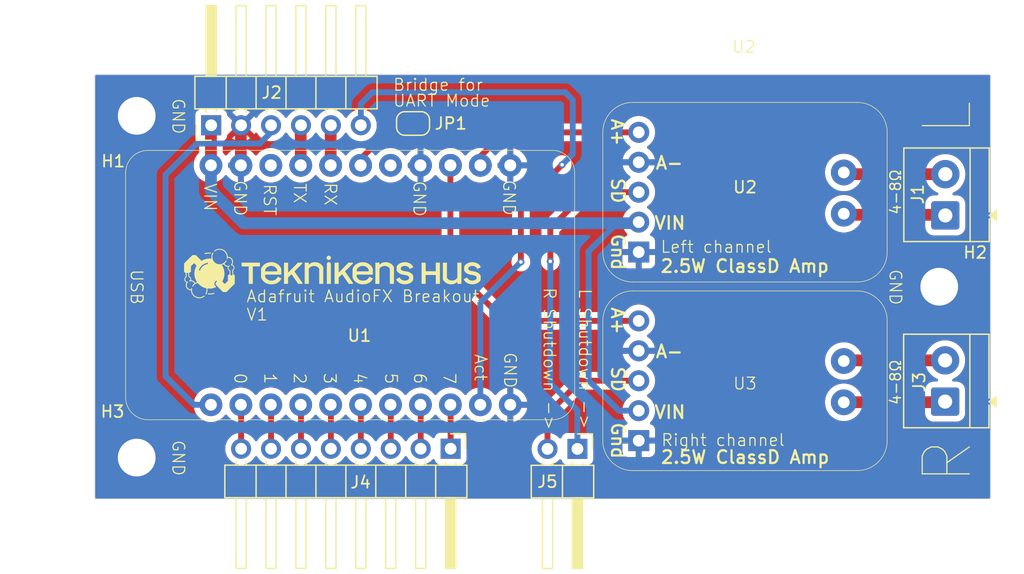
<source format=kicad_pcb>
(kicad_pcb (version 20241229) (generator "pcbnew") (generator_version "9.0")
  (layers (0 "F.Cu" signal) (2 "B.Cu" signal) (13 "F.Paste" user) (15 "B.Paste" user) (5 "F.SilkS" user "F.Silkscreen") (7 "B.SilkS" user "B.Silkscreen") (1 "F.Mask" user) (3 "B.Mask" user) (25 "Edge.Cuts" user))
  (net 0 "")
  (net 1 "GND")
  (net 2 "/L")
  (net 3 "/6")
  (net 4 "/0")
  (net 5 "/Act")
  (net 6 "/RX")
  (net 7 "/5")
  (net 8 "/UG")
  (net 9 "/7")
  (net 10 "+5V")
  (net 11 "/TX")
  (net 12 "/1")
  (net 13 "/3")
  (net 14 "/4")
  (net 15 "/2")
  (net 16 "/RST")
  (net 17 "/R")
  (net 18 "Net-(J1-Pin_2)")
  (net 19 "Net-(J1-Pin_1)")
  (net 20 "Net-(J3-Pin_1)")
  (net 21 "Net-(J3-Pin_2)")
  (net 26 "Net-(J5-Pin_1)")
  (net 27 "Net-(J5-Pin_2)")
  (footprint "AdaFruitModules:Adafruit PAM8302 2.5W AMP" (layer "F.Cu") (at 170.031 61)
    (property "Reference" "U2" (at 0 -12.35 0) (layer "F.SilkS") (effects (font (thickness 0.1))))
    (property "Value" "Left AMP")
    (fp_text user "Gnd" (at -10.708 5.061 270) (layer "F.SilkS") (effects (font (size 1.0795 1.0795) (thickness 0.1905))))
    (fp_text user "2.5W ClassD Amp" (at 0.069 6.258 0) (layer "F.SilkS") (effects (font (size 1.0795 1.0795) (thickness 0.1905))))
    (fp_text user "SD" (at -10.708 -0.146 270) (layer "F.SilkS") (effects (font (size 1.0795 1.0795) (thickness 0.1905))))
    (fp_text user "${REFERENCE}" (at 0.087 -0.442 0) (layer "F.SilkS"))
    (fp_text user "A+" (at -10.708 -5.099 270) (layer "F.SilkS") (effects (font (size 1.0795 1.0795) (thickness 0.1905))))
    (fp_text user "4-8Ω" (at 12.869 -0.042 90) (layer "F.SilkS") (effects (font (size 0.89408 0.89408) (thickness 0.12192))))
    (pad "1" thru_hole rect (at -8.93 5.061 180) (size 1.778 1.778) (drill 1) (layers "*.Cu" "*.Mask") (net 1 "GND"))
    (pad "2" thru_hole circle (at -8.93 2.521 180) (size 1.778 1.778) (drill 1) (layers "*.Cu" "*.Mask") (net 10 "+5V"))
    (pad "3" thru_hole circle (at -8.93 -0.019 180) (size 1.778 1.778) (drill 1) (layers "*.Cu" "*.Mask") (net 26 "Net-(J5-Pin_1)"))
    (pad "4" thru_hole circle (at -8.93 -2.559 180) (size 1.778 1.778) (drill 1) (layers "*.Cu" "*.Mask") (net 1 "GND"))
    (pad "5" thru_hole circle (at -8.93 -5.099 180) (size 1.778 1.778) (drill 1) (layers "*.Cu" "*.Mask") (net 2 "/L"))
    (pad "6" thru_hole circle (at 8.469 1.808 90) (size 2.1844 2.1844) (drill 1) (layers "*.Cu" "*.Mask") (net 19 "Net-(J1-Pin_1)"))
    (pad "7" thru_hole circle (at 8.469 -1.692 90) (size 2.1844 2.1844) (drill 1) (layers "*.Cu" "*.Mask") (net 18 "Net-(J1-Pin_2)"))
  )
  (footprint "TerminalBlock_4Ucon:TerminalBlock_4Ucon_1x02_P3.50mm_Horizontal" (layer "F.Cu") (at 187.1 78.75 90)
    (property "Reference" "J3" (at 1.65 -2.2 270) (layer "F.SilkS"))
    (property "Value" "Screw_Terminal_01x02")
    (pad "1" thru_hole roundrect (at 0 0 90) (size 2.4 2.4) (drill 1.2) (layers "*.Cu" "*.Mask") (roundrect_rratio 0.104167) (net 20 "Net-(J3-Pin_1)"))
    (pad "2" thru_hole circle (at 3.5 0 90) (size 2.4 2.4) (drill 1.2) (layers "*.Cu" "*.Mask") (net 21 "Net-(J3-Pin_2)"))
  )
  (footprint "AdaFruitModules:Adafruit PAM8302 2.5W AMP" (layer "F.Cu") (at 170.031 77)
    (property "Reference" "U3" (at 0.087 0.218 0) (layer "F.SilkS") (effects (font (thickness 0.1))))
    (property "Value" "Right AMP")
    (fp_text user "Gnd" (at -10.708 5.061 270) (layer "F.SilkS") (effects (font (size 1.0795 1.0795) (thickness 0.1905))))
    (fp_text user "A+" (at -10.708 -5.099 270) (layer "F.SilkS") (effects (font (size 1.0795 1.0795) (thickness 0.1905))))
    (fp_text user "4-8Ω" (at 12.869 0.108 90) (layer "F.SilkS") (effects (font (size 0.89408 0.89408) (thickness 0.12192))))
    (fp_text user "2.5W ClassD Amp" (at 0.1 6.468 0) (layer "F.SilkS") (effects (font (size 1.0795 1.0795) (thickness 0.1905))))
    (fp_text user "SD" (at -10.708 -0.146 270) (layer "F.SilkS") (effects (font (size 1.0795 1.0795) (thickness 0.1905))))
    (pad "1" thru_hole rect (at -8.93 5.061 180) (size 1.778 1.778) (drill 1) (layers "*.Cu" "*.Mask") (net 1 "GND"))
    (pad "2" thru_hole circle (at -8.93 2.521 180) (size 1.778 1.778) (drill 1) (layers "*.Cu" "*.Mask") (net 10 "+5V"))
    (pad "3" thru_hole circle (at -8.93 -0.019 180) (size 1.778 1.778) (drill 1) (layers "*.Cu" "*.Mask") (net 27 "Net-(J5-Pin_2)"))
    (pad "4" thru_hole circle (at -8.93 -2.559 180) (size 1.778 1.778) (drill 1) (layers "*.Cu" "*.Mask") (net 1 "GND"))
    (pad "5" thru_hole circle (at -8.93 -5.099 180) (size 1.778 1.778) (drill 1) (layers "*.Cu" "*.Mask") (net 17 "/R"))
    (pad "6" thru_hole circle (at 8.469 1.808 90) (size 2.1844 2.1844) (drill 1) (layers "*.Cu" "*.Mask") (net 20 "Net-(J3-Pin_1)"))
    (pad "7" thru_hole circle (at 8.469 -1.692 90) (size 2.1844 2.1844) (drill 1) (layers "*.Cu" "*.Mask") (net 21 "Net-(J3-Pin_2)"))
  )
  (footprint "MountingHole:MountingHole_3.2mm_M3_DIN965_Pad_TopBottom" (layer "F.Cu") (at 118.5 83.5)
    (property "Reference" "H3" (at -2.05 -3.9 0) (layer "F.SilkS"))
    (property "Value" "MountingHole_Pad")
    (pad "1" thru_hole circle (at 0 0) (size 3.6 3.6) (drill 3.2) (layers "*.Cu" "*.Mask") (net 1 "GND"))
    (pad "1" connect circle (at 0 0) (size 5.6 5.6) (layers "F.Cu" "F.Mask") (net 1 "GND"))
    (pad "1" connect circle (at 0 0) (size 5.6 5.6) (layers "B.Cu" "B.Mask") (net 1 "GND"))
  )
  (footprint "Connector_PinHeader_2.54mm:PinHeader_1x08_P2.54mm_Horizontal" (layer "F.Cu") (at 145.14 82.75 -90)
    (property "Reference" "J4" (at 2.85 7.64 180) (layer "F.SilkS"))
    (property "Value" "Conn_01x08_Pin")
    (pad "1" thru_hole rect (at 0 0 270) (size 1.7 1.7) (drill 1) (layers "*.Cu" "*.Mask") (net 9 "/7"))
    (pad "2" thru_hole circle (at 0 2.54 270) (size 1.7 1.7) (drill 1) (layers "*.Cu" "*.Mask") (net 3 "/6"))
    (pad "3" thru_hole circle (at 0 5.08 270) (size 1.7 1.7) (drill 1) (layers "*.Cu" "*.Mask") (net 7 "/5"))
    (pad "4" thru_hole circle (at 0 7.62 270) (size 1.7 1.7) (drill 1) (layers "*.Cu" "*.Mask") (net 14 "/4"))
    (pad "5" thru_hole circle (at 0 10.16 270) (size 1.7 1.7) (drill 1) (layers "*.Cu" "*.Mask") (net 13 "/3"))
    (pad "6" thru_hole circle (at 0 12.7 270) (size 1.7 1.7) (drill 1) (layers "*.Cu" "*.Mask") (net 15 "/2"))
    (pad "7" thru_hole circle (at 0 15.24 270) (size 1.7 1.7) (drill 1) (layers "*.Cu" "*.Mask") (net 12 "/1"))
    (pad "8" thru_hole circle (at 0 17.78 270) (size 1.7 1.7) (drill 1) (layers "*.Cu" "*.Mask") (net 4 "/0"))
  )
  (footprint "AdaFruitModules:AdaFruitAudioFXMini" (layer "F.Cu") (at 137.461 68.96 180)
    (property "Reference" "U1" (at 0.061 -4.19 0) (layer "F.SilkS") (effects (font (thickness 0.1))))
    (property "Value" "~")
    (fp_text user "GND" (at -12.05 9.1 270) (layer "F.SilkS") (effects (font (thickness 0.1)) (justify left bottom)))
    (fp_text user "GND" (at -12.139 -5.54 270) (layer "F.SilkS") (effects (font (thickness 0.1)) (justify left bottom)))
    (fp_text user "RST" (at 8.261 8.76 270) (layer "F.SilkS") (effects (font (thickness 0.1)) (justify left bottom)))
    (fp_text user "USB" (at 19.55 1.5 270) (layer "F.SilkS") (effects (font (thickness 0.1)) (justify left bottom)))
    (fp_text user "VIN" (at 13.311 8.81 270) (layer "F.SilkS") (effects (font (thickness 0.1)) (justify left bottom)))
    (fp_text user "${REFERENCE}" (at 0.061 -4.19 0) (layer "F.SilkS"))
    (pad "1" thru_hole circle (at 12.661 10.26 90) (size 1.9304 1.9304) (drill 1) (layers "*.Cu" "*.Mask") (net 10 "+5V"))
    (pad "2" thru_hole circle (at 10.121 10.26 90) (size 1.9304 1.9304) (drill 1) (layers "*.Cu" "*.Mask") (net 1 "GND"))
    (pad "2" thru_hole circle (at 10.121 10.26 90) (size 1.9304 1.9304) (drill 1) (layers "*.Cu" "*.Mask") (net 1 "GND"))
    (pad "3" thru_hole circle (at 7.581 10.26 90) (size 1.9304 1.9304) (drill 1) (layers "*.Cu" "*.Mask"))
    (pad "3" thru_hole circle (at 7.581 10.26 90) (size 1.9304 1.9304) (drill 1) (layers "*.Cu" "*.Mask"))
    (pad "4" thru_hole circle (at 5.041 10.26 90) (size 1.9304 1.9304) (drill 1) (layers "*.Cu" "*.Mask") (net 11 "/TX"))
    (pad "4" thru_hole circle (at 5.041 10.26 90) (size 1.9304 1.9304) (drill 1) (layers "*.Cu" "*.Mask") (net 11 "/TX"))
    (pad "5" thru_hole circle (at 2.501 10.26 90) (size 1.9304 1.9304) (drill 1) (layers "*.Cu" "*.Mask") (net 6 "/RX"))
    (pad "5" thru_hole circle (at 2.501 10.26 90) (size 1.9304 1.9304) (drill 1) (layers "*.Cu" "*.Mask") (net 6 "/RX"))
    (pad "6" thru_hole circle (at -0.039 10.26 90) (size 1.9304 1.9304) (drill 1) (layers "*.Cu" "*.Mask") (net 8 "/UG"))
    (pad "6" thru_hole circle (at -0.039 10.26 90) (size 1.9304 1.9304) (drill 1) (layers "*.Cu" "*.Mask") (net 8 "/UG"))
    (pad "7" thru_hole circle (at -2.579 10.26 90) (size 1.9304 1.9304) (drill 1) (layers "*.Cu" "*.Mask"))
    (pad "7" thru_hole circle (at -2.579 10.26 90) (size 1.9304 1.9304) (drill 1) (layers "*.Cu" "*.Mask"))
    (pad "8" thru_hole circle (at -5.119 10.26 90) (size 1.9304 1.9304) (drill 1) (layers "*.Cu" "*.Mask") (net 1 "GND"))
    (pad "8" thru_hole circle (at -5.119 10.26 90) (size 1.9304 1.9304) (drill 1) (layers "*.Cu" "*.Mask") (net 1 "GND"))
    (pad "9" thru_hole circle (at -7.659 10.26 90) (size 1.9304 1.9304) (drill 1) (layers "*.Cu" "*.Mask") (net 17 "/R"))
    (pad "9" thru_hole circle (at -7.659 10.26 90) (size 1.9304 1.9304) (drill 1) (layers "*.Cu" "*.Mask") (net 17 "/R"))
    (pad "10" thru_hole circle (at -10.199 10.26 90) (size 1.9304 1.9304) (drill 1) (layers "*.Cu" "*.Mask") (net 2 "/L"))
    (pad "10" thru_hole circle (at -10.199 10.26 90) (size 1.9304 1.9304) (drill 1) (layers "*.Cu" "*.Mask") (net 2 "/L"))
    (pad "11" thru_hole circle (at -12.739 10.26 90) (size 1.9304 1.9304) (drill 1) (layers "*.Cu" "*.Mask") (net 1 "GND"))
    (pad "11" thru_hole circle (at -12.739 10.26 90) (size 1.9304 1.9304) (drill 1) (layers "*.Cu" "*.Mask") (net 1 "GND"))
    (pad "12" thru_hole circle (at -12.739 -10.06 270) (size 1.9304 1.9304) (drill 1) (layers "*.Cu" "*.Mask") (net 1 "GND"))
    (pad "13" thru_hole circle (at -10.199 -10.06 270) (size 1.9304 1.9304) (drill 1) (layers "*.Cu" "*.Mask") (net 5 "/Act"))
    (pad "14" thru_hole circle (at -7.659 -10.06 270) (size 1.9304 1.9304) (drill 1) (layers "*.Cu" "*.Mask") (net 9 "/7"))
    (pad "15" thru_hole circle (at -5.119 -10.06 270) (size 1.9304 1.9304) (drill 1) (layers "*.Cu" "*.Mask") (net 3 "/6"))
    (pad "16" thru_hole circle (at -2.579 -10.06 270) (size 1.9304 1.9304) (drill 1) (layers "*.Cu" "*.Mask") (net 7 "/5"))
    (pad "17" thru_hole circle (at -0.039 -10.06 270) (size 1.9304 1.9304) (drill 1) (layers "*.Cu" "*.Mask") (net 14 "/4"))
    (pad "18" thru_hole circle (at 2.501 -10.06 270) (size 1.9304 1.9304) (drill 1) (layers "*.Cu" "*.Mask") (net 13 "/3"))
    (pad "19" thru_hole circle (at 5.041 -10.06 270) (size 1.9304 1.9304) (drill 1) (layers "*.Cu" "*.Mask") (net 15 "/2"))
    (pad "20" thru_hole circle (at 7.581 -10.06 270) (size 1.9304 1.9304) (drill 1) (layers "*.Cu" "*.Mask") (net 12 "/1"))
    (pad "21" thru_hole circle (at 10.121 -10.06 270) (size 1.9304 1.9304) (drill 1) (layers "*.Cu" "*.Mask") (net 4 "/0"))
    (pad "22" thru_hole circle (at 12.661 -10.06 270) (size 1.9304 1.9304) (drill 1) (layers "*.Cu" "*.Mask") (net 16 "/RST"))
  )
  (footprint "TerminalBlock_4Ucon:TerminalBlock_4Ucon_1x02_P3.50mm_Horizontal" (layer "F.Cu") (at 187.1175 62.95 90)
    (property "Reference" "J1" (at 1.8 -2.35 90) (layer "F.SilkS"))
    (property "Value" "Screw_Terminal_01x02")
    (pad "1" thru_hole roundrect (at 0 0 90) (size 2.4 2.4) (drill 1.2) (layers "*.Cu" "*.Mask") (roundrect_rratio 0.104167) (net 19 "Net-(J1-Pin_1)"))
    (pad "2" thru_hole circle (at 3.5 0 90) (size 2.4 2.4) (drill 1.2) (layers "*.Cu" "*.Mask") (net 18 "Net-(J1-Pin_2)"))
  )
  (footprint "Graphics:teknikenshus-text-logo" (layer "F.Cu") (at 135.1 67.85)
    (property "Reference" "G***" (hide yes))
    (property "Value" "LOGO" (hide yes))
  )
  (footprint "MountingHole:MountingHole_3.2mm_M3_DIN965_Pad_TopBottom" (layer "F.Cu") (at 186.6 69)
    (property "Reference" "H2" (at 3.05 -2.9 0) (layer "F.SilkS"))
    (property "Value" "MountingHole_Pad")
    (pad "1" thru_hole circle (at 0 0) (size 3.6 3.6) (drill 3.2) (layers "*.Cu" "*.Mask") (net 1 "GND"))
    (pad "1" connect circle (at 0 0) (size 5.6 5.6) (layers "F.Cu" "F.Mask") (net 1 "GND"))
    (pad "1" connect circle (at 0 0) (size 5.6 5.6) (layers "B.Cu" "B.Mask") (net 1 "GND"))
  )
  (footprint "Connector_PinHeader_2.54mm:PinHeader_1x06_P2.54mm_Horizontal" (layer "F.Cu") (at 124.82 55.3 90)
    (property "Reference" "J2" (at 2.77 5.13 0) (layer "F.SilkS"))
    (property "Value" "Conn_01x06_Pin")
    (pad "1" thru_hole rect (at 0 0 90) (size 1.7 1.7) (drill 1) (layers "*.Cu" "*.Mask") (net 10 "+5V"))
    (pad "2" thru_hole circle (at 0 2.54 90) (size 1.7 1.7) (drill 1) (layers "*.Cu" "*.Mask") (net 1 "GND"))
    (pad "3" thru_hole circle (at 0 5.08 90) (size 1.7 1.7) (drill 1) (layers "*.Cu" "*.Mask") (net 16 "/RST"))
    (pad "4" thru_hole circle (at 0 7.62 90) (size 1.7 1.7) (drill 1) (layers "*.Cu" "*.Mask") (net 11 "/TX"))
    (pad "5" thru_hole circle (at 0 10.16 90) (size 1.7 1.7) (drill 1) (layers "*.Cu" "*.Mask") (net 6 "/RX"))
    (pad "6" thru_hole circle (at 0 12.7 90) (size 1.7 1.7) (drill 1) (layers "*.Cu" "*.Mask") (net 5 "/Act"))
  )
  (footprint "Connector_PinHeader_2.54mm:PinHeader_1x02_P2.54mm_Horizontal" (layer "F.Cu") (at 155.9 82.765 -90)
    (property "Reference" "J5" (at 2.785 2.55 180) (layer "F.SilkS"))
    (property "Value" "Conn_01x02_Pin")
    (pad "1" thru_hole rect (at 0 0 270) (size 1.7 1.7) (drill 1) (layers "*.Cu" "*.Mask") (net 26 "Net-(J5-Pin_1)"))
    (pad "2" thru_hole circle (at 0 2.54 270) (size 1.7 1.7) (drill 1) (layers "*.Cu" "*.Mask") (net 27 "Net-(J5-Pin_2)"))
  )
  (footprint "Jumper:SolderJumper-2_P1.3mm_Open_RoundedPad1.0x1.5mm" (layer "F.Cu") (at 141.95 55.15 180)
    (property "Reference" "JP1" (at -3.2 0 0) (layer "F.SilkS"))
    (property "Value" "SolderJumper UART Mode")
    (pad "1" smd custom (at -0.65 0 180) (size 1 0.5) (layers "F.Cu" "F.Mask") (net 1 "GND") (options (clearance outline) (anchor rect)) (primitives (gr_circle (center 0 0.25) (end 0.5 0.25) (width 0) (fill yes)) (gr_circle (center 0 -0.25) (end 0.5 -0.25) (width 0) (fill yes)) (gr_poly (pts (xy 0.5 0.75) (xy 0 0.75) (xy 0 -0.75) (xy 0.5 -0.75)) (width 0) (fill yes))))
    (pad "2" smd custom (at 0.65 0 180) (size 1 0.5) (layers "F.Cu" "F.Mask") (net 8 "/UG") (options (clearance outline) (anchor rect)) (primitives (gr_circle (center 0 0.25) (end 0.5 0.25) (width 0) (fill yes)) (gr_circle (center 0 -0.25) (end 0.5 -0.25) (width 0) (fill yes)) (gr_poly (pts (xy 0 0.75) (xy -0.5 0.75) (xy -0.5 -0.75) (xy 0 -0.75)) (width 0) (fill yes))))
  )
  (footprint "MountingHole:MountingHole_3.2mm_M3_DIN965_Pad_TopBottom" (layer "F.Cu") (at 118.5 54.5)
    (property "Reference" "H1" (at -2 3.85 0) (layer "F.SilkS"))
    (property "Value" "MountingHole_Pad")
    (pad "1" thru_hole circle (at 0 0) (size 3.6 3.6) (drill 3.2) (layers "*.Cu" "*.Mask") (net 1 "GND"))
    (pad "1" connect circle (at 0 0) (size 5.6 5.6) (layers "F.Cu" "F.Mask") (net 1 "GND"))
    (pad "1" connect circle (at 0 0) (size 5.6 5.6) (layers "B.Cu" "B.Mask") (net 1 "GND"))
  )
  (gr_rect (start 114.95 51) (end 190.95 87) (stroke (width 0.05)) (fill no) (layer "Edge.Cuts"))
  (gr_text "Bridge for" (at 140.2 52.45 0) (layer "F.SilkS") (effects (font (size 1 1) (thickness 0.1)) (justify left bottom)))
  (gr_text "A-" (at 163.7 58.5 0) (layer "F.SilkS") (effects (font (size 1.0795 1.0795) (thickness 0.1905))))
  (gr_text "5" (at 139.5 76.25 270) (layer "F.SilkS") (effects (font (size 1 1) (thickness 0.1)) (justify left bottom)))
  (gr_text "UART Mode" (at 140.2 53.8 0) (layer "F.SilkS") (effects (font (size 1 1) (thickness 0.1)) (justify left bottom)))
  (gr_text "A-" (at 163.7 74.5 0) (layer "F.SilkS") (effects (font (size 1.0795 1.0795) (thickness 0.1905))))
  (gr_text "2" (at 131.75 76.25 270) (layer "F.SilkS") (effects (font (size 1 1) (thickness 0.1)) (justify left bottom)))
  (gr_text "3" (at 134.3 76.25 270) (layer "F.SilkS") (effects (font (size 1 1) (thickness 0.1)) (justify left bottom)))
  (gr_text "R Shutdown ->" (at 152.95 69 270) (layer "F.SilkS") (effects (font (size 1 1) (thickness 0.1)) (justify left bottom)))
  (gr_text "4" (at 136.85 76.25 270) (layer "F.SilkS") (effects (font (size 1 1) (thickness 0.1)) (justify left bottom)))
  (gr_text "Left channel" (at 162.9 66.2 0) (layer "F.SilkS") (effects (font (size 1 1) (thickness 0.1)) (justify left bottom)))
  (gr_text "GND" (at 141.9 59.95 270) (layer "F.SilkS") (effects (font (size 1 1) (thickness 0.1)) (justify left bottom)))
  (gr_text "6" (at 141.95 76.25 270) (layer "F.SilkS") (effects (font (size 1 1) (thickness 0.1)) (justify left bottom)))
  (gr_text "Right channel" (at 162.95 82.6 0) (layer "F.SilkS") (effects (font (size 1 1) (thickness 0.1)) (justify left bottom)))
  (gr_text "GND" (at 182.3 67.45 270) (layer "F.SilkS") (effects (font (size 1 1) (thickness 0.1)) (justify left bottom)))
  (gr_text "TX" (at 131.75 60.15 270) (layer "F.SilkS") (effects (font (size 1 1) (thickness 0.1)) (justify left bottom)))
  (gr_text "VIN" (at 163.75 79.65 0) (layer "F.SilkS") (effects (font (size 1.0795 1.0795) (thickness 0.1905))))
  (gr_text "GND" (at 121.45 52.95 270) (layer "F.SilkS") (effects (font (size 1 1) (thickness 0.1)) (justify left bottom)))
  (gr_text "RX" (at 134.35 60.1 270) (layer "F.SilkS") (effects (font (size 1 1) (thickness 0.1)) (justify left bottom)))
  (gr_text "Act" (at 147.1 74.65 270) (layer "F.SilkS") (effects (font (size 1 1) (thickness 0.1)) (justify left bottom)))
  (gr_text "L" (at 189.65 56.35 90) (layer "F.SilkS") (effects (font (size 4 4) (thickness 0.1)) (justify left bottom)))
  (gr_text "V1" (at 127.75 71.95 0) (layer "F.SilkS") (effects (font (size 1 1) (thickness 0.1)) (justify left bottom)))
  (gr_text "R" (at 189.65 85.9 90) (layer "F.SilkS") (effects (font (size 4 4) (thickness 0.1)) (justify left bottom)))
  (gr_text "L Shutdown ->" (at 155.95 69.1 270) (layer "F.SilkS") (effects (font (size 1 1) (thickness 0.1)) (justify left bottom)))
  (gr_text "GND" (at 121.45 81.95 270) (layer "F.SilkS") (effects (font (size 1 1) (thickness 0.1)) (justify left bottom)))
  (gr_text "7" (at 144.45 76.25 270) (layer "F.SilkS") (effects (font (size 1 1) (thickness 0.1)) (justify left bottom)))
  (gr_text "0" (at 126.7 76.25 270) (layer "F.SilkS") (effects (font (size 1 1) (thickness 0.1)) (justify left bottom)))
  (gr_text "Adafruit AudioFX Breakout" (at 127.75 70.4 0) (layer "F.SilkS") (effects (font (size 1 1) (thickness 0.1)) (justify left bottom)))
  (gr_text "1" (at 129.25 76.25 270) (layer "F.SilkS") (effects (font (size 1 1) (thickness 0.1)) (justify left bottom)))
  (gr_text "VIN" (at 163.75 63.6 0) (layer "F.SilkS") (effects (font (size 1.0795 1.0795) (thickness 0.1905))))
  (gr_text "GND\n" (at 126.7 59.9 270) (layer "F.SilkS") (effects (font (size 1 1) (thickness 0.1)) (justify left bottom)))
  (segment (start 127.34 58.7) (end 127.34 55.32) (width 1) (layer "F.Cu") (net 1))
  (segment (start 142.58 55.17) (end 142.6 55.15) (width 0.5) (layer "F.Cu") (net 1))
  (segment (start 127.34 55.32) (end 127.36 55.3) (width 0.5) (layer "F.Cu") (net 1))
  (segment (start 142.58 58.7) (end 142.58 55.17) (width 0.5) (layer "F.Cu") (net 1))
  (segment (start 147.66 57.94) (end 149.699 55.901) (width 0.5) (layer "F.Cu") (net 2))
  (segment (start 149.699 55.901) (end 161.009 55.901) (width 0.5) (layer "F.Cu") (net 2))
  (segment (start 147.66 58.7) (end 147.66 57.94) (width 0.5) (layer "F.Cu") (net 2))
  (segment (start 142.6 79.04) (end 142.58 79.02) (width 0.5) (layer "F.Cu") (net 3))
  (segment (start 142.6 82.75) (end 142.6 79.04) (width 0.5) (layer "F.Cu") (net 3))
  (segment (start 127.36 82.75) (end 127.36 79.04) (width 0.5) (layer "F.Cu") (net 4))
  (segment (start 127.36 79.04) (end 127.34 79.02) (width 0.5) (layer "F.Cu") (net 4))
  (segment (start 151.1 62.15) (end 154.6 58.65) (width 0.5) (layer "F.Cu") (net 5))
  (segment (start 151.1 66.9) (end 151.1 62.15) (width 0.5) (layer "F.Cu") (net 5))
  (via (at 154.6 58.65) (size 0.6) (drill 0.3) (layers "F.Cu" "B.Cu") (net 5))
  (via (at 151.1 66.9) (size 0.6) (drill 0.3) (layers "F.Cu" "B.Cu") (net 5))
  (segment (start 155.5 57.75) (end 155.5 53.15) (width 0.5) (layer "B.Cu") (net 5))
  (segment (start 154.85 52.5) (end 138.5 52.5) (width 0.5) (layer "B.Cu") (net 5))
  (segment (start 154.6 58.65) (end 155.5 57.75) (width 0.5) (layer "B.Cu") (net 5))
  (segment (start 137.52 53.48) (end 137.52 55.3) (width 0.5) (layer "B.Cu") (net 5))
  (segment (start 138.5 52.5) (end 137.52 53.48) (width 0.5) (layer "B.Cu") (net 5))
  (segment (start 147.66 79.02) (end 147.66 70.34) (width 0.5) (layer "B.Cu") (net 5))
  (segment (start 155.5 53.15) (end 154.85 52.5) (width 0.5) (layer "B.Cu") (net 5))
  (segment (start 147.66 70.34) (end 151.1 66.9) (width 0.5) (layer "B.Cu") (net 5))
  (segment (start 134.96 58.7) (end 134.96 55.32) (width 1) (layer "F.Cu") (net 6))
  (segment (start 134.96 55.32) (end 134.98 55.3) (width 0.5) (layer "F.Cu") (net 6))
  (segment (start 140.06 82.75) (end 140.06 79.04) (width 0.5) (layer "F.Cu") (net 7))
  (segment (start 140.06 79.04) (end 140.04 79.02) (width 0.5) (layer "F.Cu") (net 7))
  (segment (start 140.5 55.15) (end 137.5 58.15) (width 0.5) (layer "F.Cu") (net 8))
  (segment (start 141.3 55.15) (end 140.5 55.15) (width 0.5) (layer "F.Cu") (net 8))
  (segment (start 137.5 58.15) (end 137.5 58.7) (width 0.5) (layer "F.Cu") (net 8))
  (segment (start 145.14 79.04) (end 145.12 79.02) (width 0.5) (layer "F.Cu") (net 9))
  (segment (start 145.14 82.75) (end 145.14 79.04) (width 0.5) (layer "F.Cu") (net 9))
  (segment (start 124.8 58.7) (end 124.8 55.32) (width 1) (layer "F.Cu") (net 10))
  (segment (start 124.8 55.32) (end 124.82 55.3) (width 0.5) (layer "F.Cu") (net 10))
  (segment (start 124.8 60.85) (end 124.8 58.7) (width 1) (layer "B.Cu") (net 10))
  (segment (start 161.009 63.613) (end 127.563 63.613) (width 1) (layer "B.Cu") (net 10))
  (segment (start 161.009 63.613) (end 160.917 63.521) (width 0.5) (layer "B.Cu") (net 10))
  (segment (start 159.329 63.521) (end 156.85 66) (width 0.5) (layer "B.Cu") (net 10))
  (segment (start 156.85 66) (end 156.85 76.95) (width 0.5) (layer "B.Cu") (net 10))
  (segment (start 127.563 63.613) (end 124.8 60.85) (width 1) (layer "B.Cu") (net 10))
  (segment (start 160.917 63.521) (end 159.329 63.521) (width 0.5) (layer "B.Cu") (net 10))
  (segment (start 161.101 63.521) (end 161.009 63.613) (width 0.5) (layer "B.Cu") (net 10))
  (segment (start 156.85 76.95) (end 159.421 79.521) (width 0.5) (layer "B.Cu") (net 10))
  (segment (start 159.421 79.521) (end 161.101 79.521) (width 0.5) (layer "B.Cu") (net 10))
  (segment (start 132.42 55.32) (end 132.44 55.3) (width 0.5) (layer "F.Cu") (net 11))
  (segment (start 132.42 58.7) (end 132.42 55.32) (width 1) (layer "F.Cu") (net 11))
  (segment (start 129.9 82.75) (end 129.9 79.04) (width 0.5) (layer "F.Cu") (net 12))
  (segment (start 129.9 79.04) (end 129.88 79.02) (width 0.5) (layer "F.Cu") (net 12))
  (segment (start 134.98 79.04) (end 134.96 79.02) (width 0.5) (layer "F.Cu") (net 13))
  (segment (start 134.98 82.75) (end 134.98 79.04) (width 0.5) (layer "F.Cu") (net 13))
  (segment (start 137.52 79.04) (end 137.5 79.02) (width 0.5) (layer "F.Cu") (net 14))
  (segment (start 137.52 82.75) (end 137.52 79.04) (width 0.5) (layer "F.Cu") (net 14))
  (segment (start 132.44 82.75) (end 132.44 79.04) (width 0.5) (layer "F.Cu") (net 15))
  (segment (start 132.44 79.04) (end 132.42 79.02) (width 0.5) (layer "F.Cu") (net 15))
  (segment (start 123.37 79.02) (end 124.8 79.02) (width 0.5) (layer "B.Cu") (net 16))
  (segment (start 123.6 56.85) (end 120.95 59.5) (width 0.5) (layer "B.Cu") (net 16))
  (segment (start 120.95 76.6) (end 123.37 79.02) (width 0.5) (layer "B.Cu") (net 16))
  (segment (start 128.95 56.85) (end 123.6 56.85) (width 0.5) (layer "B.Cu") (net 16))
  (segment (start 120.95 59.5) (end 120.95 76.6) (width 0.5) (layer "B.Cu") (net 16))
  (segment (start 129.9 55.9) (end 128.95 56.85) (width 0.5) (layer "B.Cu") (net 16))
  (segment (start 129.9 55.3) (end 129.9 55.9) (width 0.5) (layer "B.Cu") (net 16))
  (segment (start 145.12 67.27) (end 149.751 71.901) (width 0.5) (layer "F.Cu") (net 17))
  (segment (start 145.12 58.7) (end 145.12 67.27) (width 0.5) (layer "F.Cu") (net 17))
  (segment (start 149.751 71.901) (end 161.101 71.901) (width 0.5) (layer "F.Cu") (net 17))
  (segment (start 178.55 59.45) (end 178.5 59.4) (width 0.5) (layer "F.Cu") (net 18))
  (segment (start 187.1 59.45) (end 178.55 59.45) (width 1) (layer "F.Cu") (net 18))
  (segment (start 187.05 62.9) (end 187.1 62.95) (width 0.5) (layer "F.Cu") (net 19))
  (segment (start 178.5 62.9) (end 187.05 62.9) (width 1) (layer "F.Cu") (net 19))
  (segment (start 186.75 78.75) (end 186.7 78.8) (width 1) (layer "F.Cu") (net 20))
  (segment (start 186.65 79.2) (end 186.6 79.2) (width 0.5) (layer "F.Cu") (net 20))
  (segment (start 178.89 78.8) (end 178.882 78.808) (width 1) (layer "F.Cu") (net 20))
  (segment (start 187.1 78.75) (end 186.65 79.2) (width 0.5) (layer "F.Cu") (net 20))
  (segment (start 178.882 78.808) (end 178.5 78.808) (width 1) (layer "F.Cu") (net 20))
  (segment (start 187.1 78.75) (end 186.75 78.75) (width 1) (layer "F.Cu") (net 20))
  (segment (start 186.7 78.8) (end 178.89 78.8) (width 1) (layer "F.Cu") (net 20))
  (segment (start 187.05 75.25) (end 178.558 75.25) (width 1) (layer "F.Cu") (net 21))
  (segment (start 187.1 75.2) (end 187.05 75.25) (width 1) (layer "F.Cu") (net 21))
  (segment (start 178.5 75.308) (end 178.5 75.69) (width 0.5) (layer "F.Cu") (net 21))
  (segment (start 178.558 75.25) (end 178.5 75.308) (width 1) (layer "F.Cu") (net 21))
  (segment (start 153.6 66.85) (end 153.6 64.05) (width 0.5) (layer "F.Cu") (net 26))
  (segment (start 153.6 64.05) (end 156.669 60.981) (width 0.5) (layer "F.Cu") (net 26))
  (segment (start 156.669 60.981) (end 161.101 60.981) (width 0.5) (layer "F.Cu") (net 26))
  (via (at 153.6 66.85) (size 0.6) (drill 0.3) (layers "F.Cu" "B.Cu") (net 26))
  (segment (start 155.9 79.5) (end 153.6 77.2) (width 0.5) (layer "B.Cu") (net 26))
  (segment (start 155.9 82.765) (end 155.9 79.5) (width 0.5) (layer "B.Cu") (net 26))
  (segment (start 153.6 77.2) (end 153.6 66.85) (width 0.5) (layer "B.Cu") (net 26))
  (segment (start 156.169 76.981) (end 153.36 79.79) (width 0.5) (layer "F.Cu") (net 27))
  (segment (start 153.36 79.79) (end 153.36 82.765) (width 0.5) (layer "F.Cu") (net 27))
  (segment (start 161.101 76.981) (end 156.169 76.981) (width 0.5) (layer "F.Cu") (net 27))
  (zone (net 1) (net_name "GND") (layers "F.Cu" "B.Cu") (connect_pads (clearance 0.5)) (min_thickness 0.25) (fill yes (thermal_gap 0.5) (thermal_bridge_width 0.5))
    (polygon (pts (xy 106.9 48.6) (xy 193.2 48.85) (xy 193.8 90.1) (xy 107.05 89.6)))
  )
)
</source>
